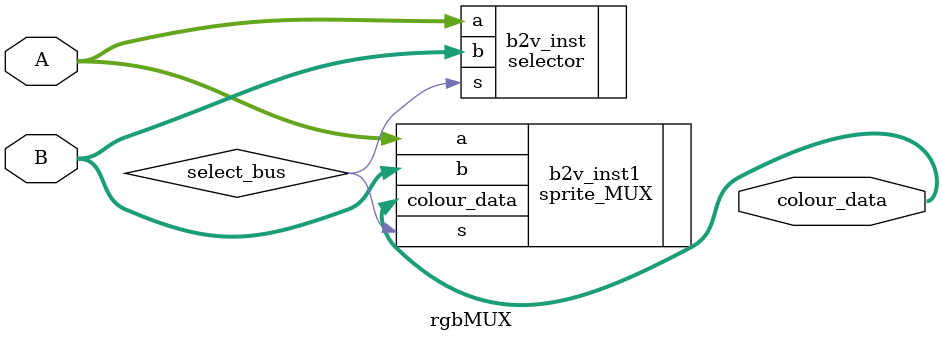
<source format=v>


module rgbMUX(
	A,
	B,
	colour_data
);


input wire	[11:0] A;
input wire	[11:0] B;
output wire	[11:0] colour_data;

wire	[0:0] select_bus;





selector	b2v_inst(
	.a(A),
	.b(B),
	.s(select_bus));
	defparam	b2v_inst.B = 1;
	defparam	b2v_inst.M = 2;


sprite_MUX	b2v_inst1(
	.a(A),
	.b(B),
	.s(select_bus),
	.colour_data(colour_data));
	defparam	b2v_inst1.B = 1;
	defparam	b2v_inst1.M = 2;


endmodule

</source>
